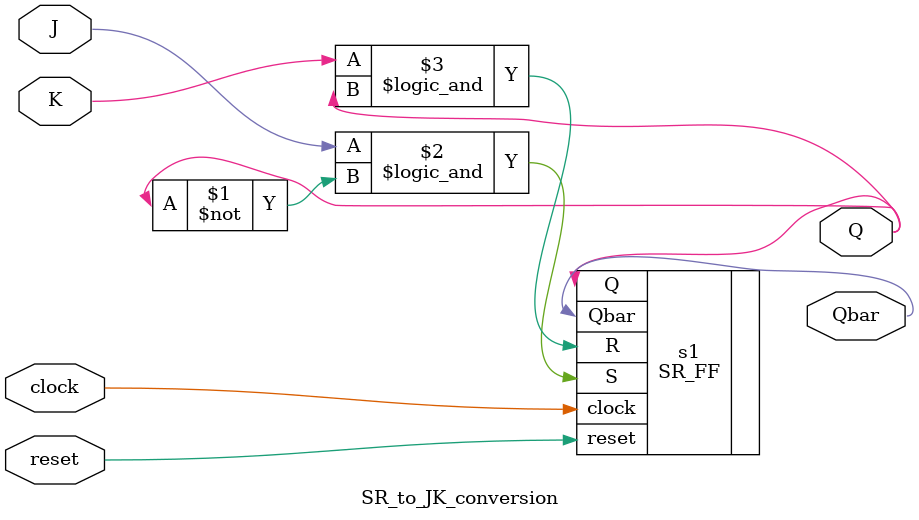
<source format=sv>
/*
	IMPLEMENT THE FUNCTIONALITY OF A JK FLIP FLOP USING A SR FLIP FLOP
    
 	NOTE : USE NON-BLOCKING ASSINGMENTS FOR SEQUENTIAL DESIGN.
*/

`include "SR_FF.sv"


module SR_to_JK_conversion(J,K,clock,reset,Q,Qbar);
	
	
  //DECLARE INPUTS
  input J, K, clock, reset;
    
  //DECLARE OUTPUT REGISTERS
  output reg Q, Qbar;
  
  //INSTANTIATE SR FLIP FLOP : IMPLEMENT JK FLIP FLOP FUNCTIONALITY 
  
  SR_FF s1(.S(J && ~Q),.R(K && Q),.reset(reset),.clock(clock),.Q(Q),.Qbar(Qbar));
  
endmodule
</source>
